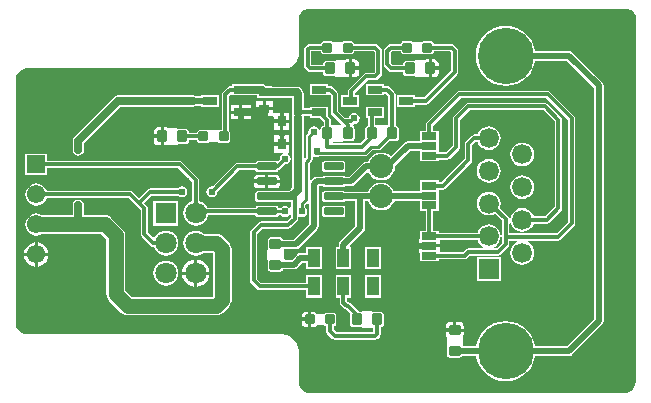
<source format=gtl>
G04 Layer_Physical_Order=1*
G04 Layer_Color=255*
%FSLAX25Y25*%
%MOIN*%
G70*
G01*
G75*
%ADD10R,0.03937X0.06299*%
%ADD11R,0.05000X0.02500*%
G04:AMPARAMS|DCode=12|XSize=39.37mil|YSize=35.43mil|CornerRadius=4.43mil|HoleSize=0mil|Usage=FLASHONLY|Rotation=90.000|XOffset=0mil|YOffset=0mil|HoleType=Round|Shape=RoundedRectangle|*
%AMROUNDEDRECTD12*
21,1,0.03937,0.02657,0,0,90.0*
21,1,0.03051,0.03543,0,0,90.0*
1,1,0.00886,0.01329,0.01526*
1,1,0.00886,0.01329,-0.01526*
1,1,0.00886,-0.01329,-0.01526*
1,1,0.00886,-0.01329,0.01526*
%
%ADD12ROUNDEDRECTD12*%
G04:AMPARAMS|DCode=13|XSize=31.5mil|YSize=31.5mil|CornerRadius=3.94mil|HoleSize=0mil|Usage=FLASHONLY|Rotation=180.000|XOffset=0mil|YOffset=0mil|HoleType=Round|Shape=RoundedRectangle|*
%AMROUNDEDRECTD13*
21,1,0.03150,0.02362,0,0,180.0*
21,1,0.02362,0.03150,0,0,180.0*
1,1,0.00787,-0.01181,0.01181*
1,1,0.00787,0.01181,0.01181*
1,1,0.00787,0.01181,-0.01181*
1,1,0.00787,-0.01181,-0.01181*
%
%ADD13ROUNDEDRECTD13*%
G04:AMPARAMS|DCode=14|XSize=39.37mil|YSize=35.43mil|CornerRadius=4.43mil|HoleSize=0mil|Usage=FLASHONLY|Rotation=0.000|XOffset=0mil|YOffset=0mil|HoleType=Round|Shape=RoundedRectangle|*
%AMROUNDEDRECTD14*
21,1,0.03937,0.02657,0,0,0.0*
21,1,0.03051,0.03543,0,0,0.0*
1,1,0.00886,0.01526,-0.01329*
1,1,0.00886,-0.01526,-0.01329*
1,1,0.00886,-0.01526,0.01329*
1,1,0.00886,0.01526,0.01329*
%
%ADD14ROUNDEDRECTD14*%
%ADD15R,0.04724X0.02559*%
%ADD16R,0.02953X0.03740*%
%ADD17R,0.03740X0.02953*%
G04:AMPARAMS|DCode=18|XSize=25.59mil|YSize=64.96mil|CornerRadius=1.92mil|HoleSize=0mil|Usage=FLASHONLY|Rotation=90.000|XOffset=0mil|YOffset=0mil|HoleType=Round|Shape=RoundedRectangle|*
%AMROUNDEDRECTD18*
21,1,0.02559,0.06112,0,0,90.0*
21,1,0.02175,0.06496,0,0,90.0*
1,1,0.00384,0.03056,0.01088*
1,1,0.00384,0.03056,-0.01088*
1,1,0.00384,-0.03056,-0.01088*
1,1,0.00384,-0.03056,0.01088*
%
%ADD18ROUNDEDRECTD18*%
%ADD19C,0.02000*%
%ADD20C,0.01000*%
%ADD21C,0.01200*%
%ADD22C,0.05000*%
%ADD23C,0.02500*%
%ADD24R,0.06102X0.06102*%
%ADD25C,0.06102*%
%ADD26C,0.06653*%
%ADD27R,0.06653X0.06653*%
%ADD28C,0.18740*%
%ADD29R,0.07087X0.07087*%
%ADD30C,0.07087*%
%ADD31C,0.02400*%
%ADD32C,0.08000*%
G36*
X697725Y227294D02*
X698271Y227068D01*
X698763Y226740D01*
X699180Y226322D01*
X699509Y225830D01*
X699735Y225284D01*
X699850Y224705D01*
Y224410D01*
Y103425D01*
Y103025D01*
X699694Y102240D01*
X699388Y101501D01*
X698943Y100835D01*
X698377Y100269D01*
X697712Y99825D01*
X696973Y99519D01*
X696187Y99362D01*
X591214D01*
X590429Y99519D01*
X589690Y99825D01*
X589024Y100269D01*
X588458Y100835D01*
X588014Y101501D01*
X587708Y102240D01*
X587551Y103025D01*
Y113110D01*
X587544Y113148D01*
X587550Y113185D01*
X587528Y113617D01*
X587501Y113727D01*
Y113841D01*
X587332Y114688D01*
X587275Y114827D01*
X587245Y114975D01*
X586915Y115773D01*
X586831Y115899D01*
X586773Y116038D01*
X586293Y116756D01*
X586187Y116863D01*
X586103Y116988D01*
X585492Y117599D01*
X585367Y117683D01*
X585260Y117789D01*
X584542Y118269D01*
X584403Y118327D01*
X584277Y118411D01*
X583479Y118741D01*
X583331Y118771D01*
X583192Y118828D01*
X582345Y118997D01*
X582231D01*
X582121Y119025D01*
X581689Y119046D01*
X581651Y119040D01*
X581614Y119047D01*
X496286D01*
X496171Y119117D01*
X495757Y119266D01*
X495110Y119568D01*
X494565Y119939D01*
X494087Y120394D01*
X493688Y120920D01*
X493380Y121503D01*
X493170Y122129D01*
X493063Y122780D01*
Y123110D01*
Y151431D01*
X493130Y151532D01*
X493223Y152000D01*
X493130Y152468D01*
X493063Y152569D01*
Y155431D01*
X493130Y155532D01*
X493223Y156000D01*
X493130Y156468D01*
X493063Y156569D01*
Y159431D01*
X493130Y159532D01*
X493223Y160000D01*
X493130Y160468D01*
X493063Y160569D01*
Y163431D01*
X493130Y163532D01*
X493223Y164000D01*
X493130Y164468D01*
X493063Y164569D01*
Y167431D01*
X493130Y167532D01*
X493223Y168000D01*
X493130Y168468D01*
X493063Y168569D01*
Y171431D01*
X493130Y171532D01*
X493223Y172000D01*
X493130Y172468D01*
X493063Y172569D01*
Y175431D01*
X493130Y175532D01*
X493223Y176000D01*
X493130Y176468D01*
X493063Y176569D01*
Y203661D01*
Y203991D01*
X493170Y204643D01*
X493380Y205268D01*
X493688Y205852D01*
X494087Y206378D01*
X494565Y206832D01*
X495110Y207204D01*
X495708Y207483D01*
X496026Y207572D01*
X496064Y207592D01*
X496107Y207598D01*
X496325Y207724D01*
X582677D01*
X582715Y207732D01*
X582752Y207726D01*
X583080Y207742D01*
X583190Y207770D01*
X583303D01*
X583947Y207898D01*
X584086Y207955D01*
X584233Y207985D01*
X584839Y208236D01*
X584964Y208319D01*
X585104Y208377D01*
X585649Y208741D01*
X585755Y208848D01*
X585881Y208931D01*
X586344Y209395D01*
X586428Y209520D01*
X586535Y209627D01*
X586899Y210172D01*
X586956Y210311D01*
X587040Y210436D01*
X587291Y211042D01*
X587320Y211190D01*
X587378Y211329D01*
X587506Y211972D01*
Y212086D01*
X587534Y212195D01*
X587550Y212523D01*
X587544Y212561D01*
X587551Y212598D01*
Y224705D01*
X587667Y225284D01*
X587893Y225830D01*
X588221Y226322D01*
X588639Y226740D01*
X589130Y227068D01*
X589676Y227294D01*
X590256Y227409D01*
X697146D01*
X697725Y227294D01*
D02*
G37*
%LPC*%
G36*
X547293Y163592D02*
X539006D01*
Y155306D01*
X547293D01*
Y163592D01*
D02*
G37*
G36*
X602178Y161895D02*
X596066D01*
X595757Y161834D01*
X595495Y161659D01*
X595320Y161397D01*
X595259Y161088D01*
Y158912D01*
X595320Y158603D01*
X595495Y158342D01*
X595757Y158166D01*
X596066Y158105D01*
X602178D01*
X602487Y158166D01*
X602749Y158342D01*
X602924Y158603D01*
X602986Y158912D01*
Y161088D01*
X602924Y161397D01*
X602749Y161659D01*
X602487Y161834D01*
X602178Y161895D01*
D02*
G37*
G36*
X500500Y149690D02*
Y146169D01*
X504020D01*
X503947Y146727D01*
X503539Y147712D01*
X502889Y148559D01*
X502043Y149208D01*
X501058Y149616D01*
X500500Y149690D01*
D02*
G37*
G36*
X499500Y145169D02*
X495980D01*
X496053Y144612D01*
X496461Y143626D01*
X497111Y142780D01*
X497957Y142131D01*
X498942Y141722D01*
X499500Y141649D01*
Y145169D01*
D02*
G37*
G36*
X504020D02*
X500500D01*
Y141649D01*
X501058Y141722D01*
X502043Y142131D01*
X502889Y142780D01*
X503539Y143626D01*
X503947Y144612D01*
X504020Y145169D01*
D02*
G37*
G36*
X499500Y149690D02*
X498942Y149616D01*
X497957Y149208D01*
X497111Y148559D01*
X496461Y147712D01*
X496053Y146727D01*
X495980Y146169D01*
X499500D01*
Y149690D01*
D02*
G37*
G36*
X514000Y163886D02*
X513278Y163743D01*
X512666Y163334D01*
X512257Y162722D01*
X512114Y162000D01*
Y158796D01*
X501923D01*
X501841Y158859D01*
X500953Y159227D01*
X500000Y159352D01*
X499047Y159227D01*
X498159Y158859D01*
X497396Y158273D01*
X496811Y157511D01*
X496443Y156622D01*
X496317Y155669D01*
X496443Y154716D01*
X496811Y153828D01*
X497396Y153065D01*
X498159Y152480D01*
X499047Y152112D01*
X500000Y151987D01*
X500953Y152112D01*
X501841Y152480D01*
X501923Y152542D01*
X521536D01*
X523373Y150705D01*
Y132500D01*
X523373Y132500D01*
X523480Y131691D01*
X523792Y130937D01*
X524289Y130289D01*
X528289Y126289D01*
X528289Y126289D01*
X528937Y125792D01*
X529691Y125480D01*
X530500Y125373D01*
X560000D01*
X560000Y125373D01*
X560809Y125480D01*
X561563Y125792D01*
X562211Y126289D01*
X564211Y128289D01*
X564211Y128289D01*
X564708Y128937D01*
X565020Y129691D01*
X565073Y130095D01*
X565127Y130500D01*
X565127Y130500D01*
Y147500D01*
X565127Y147500D01*
X565073Y147905D01*
X565020Y148309D01*
X564708Y149063D01*
X564211Y149711D01*
X564211Y149711D01*
X562262Y151660D01*
X561615Y152157D01*
X560860Y152469D01*
X560051Y152576D01*
X560051Y152576D01*
X555881D01*
X555239Y153068D01*
X554231Y153486D01*
X553150Y153628D01*
X552068Y153486D01*
X551060Y153068D01*
X550195Y152404D01*
X549531Y151538D01*
X549113Y150530D01*
X548971Y149449D01*
X549113Y148367D01*
X549531Y147359D01*
X550195Y146494D01*
X551060Y145830D01*
X552068Y145412D01*
X553150Y145270D01*
X554231Y145412D01*
X555239Y145830D01*
X555881Y146322D01*
X558756D01*
X558873Y146205D01*
Y131795D01*
X558705Y131627D01*
X531795D01*
X529627Y133795D01*
Y152000D01*
X529627Y152000D01*
X529573Y152405D01*
X529520Y152809D01*
X529208Y153563D01*
X528711Y154211D01*
X525042Y157880D01*
X524394Y158377D01*
X523640Y158689D01*
X523235Y158743D01*
X522831Y158796D01*
X522831Y158796D01*
X515886D01*
Y162000D01*
X515743Y162722D01*
X515334Y163334D01*
X514722Y163743D01*
X514000Y163886D01*
D02*
G37*
G36*
X581149Y169500D02*
X577378D01*
Y167697D01*
X579934D01*
X580399Y167790D01*
X580793Y168053D01*
X581057Y168447D01*
X581149Y168912D01*
Y169500D01*
D02*
G37*
G36*
X650819Y177508D02*
X649794Y177373D01*
X648839Y176977D01*
X648018Y176348D01*
X647389Y175528D01*
X646993Y174572D01*
X646858Y173547D01*
X646993Y172522D01*
X647389Y171567D01*
X648018Y170747D01*
X648839Y170117D01*
X649794Y169721D01*
X650819Y169587D01*
X651844Y169721D01*
X652799Y170117D01*
X653620Y170747D01*
X654249Y171567D01*
X654645Y172522D01*
X654780Y173547D01*
X654645Y174572D01*
X654249Y175528D01*
X653620Y176348D01*
X652799Y176977D01*
X651844Y177373D01*
X650819Y177508D01*
D02*
G37*
G36*
X576378Y172303D02*
X573822D01*
X573357Y172210D01*
X572963Y171947D01*
X572699Y171553D01*
X572607Y171088D01*
Y170500D01*
X576378D01*
Y172303D01*
D02*
G37*
G36*
X662000Y172055D02*
X660975Y171920D01*
X660020Y171524D01*
X659199Y170895D01*
X658570Y170075D01*
X658174Y169120D01*
X658039Y168094D01*
X658174Y167069D01*
X658570Y166114D01*
X659199Y165294D01*
X660020Y164664D01*
X660975Y164269D01*
X662000Y164134D01*
X663025Y164269D01*
X663980Y164664D01*
X664801Y165294D01*
X665430Y166114D01*
X665826Y167069D01*
X665961Y168094D01*
X665826Y169120D01*
X665430Y170075D01*
X664801Y170895D01*
X663980Y171524D01*
X663025Y171920D01*
X662000Y172055D01*
D02*
G37*
G36*
X500000Y169352D02*
X499047Y169227D01*
X498159Y168859D01*
X497396Y168273D01*
X496811Y167511D01*
X496443Y166622D01*
X496317Y165669D01*
X496443Y164716D01*
X496811Y163828D01*
X497396Y163065D01*
X498159Y162480D01*
X499047Y162112D01*
X500000Y161987D01*
X500953Y162112D01*
X501841Y162480D01*
X502604Y163065D01*
X503189Y163828D01*
X503445Y164446D01*
X530824D01*
X533135Y162135D01*
X534776Y160493D01*
Y152500D01*
X534870Y152032D01*
X535135Y151635D01*
X538186Y148584D01*
X538583Y148318D01*
X539051Y148225D01*
X539172D01*
X539531Y147359D01*
X540195Y146494D01*
X541060Y145830D01*
X542068Y145412D01*
X543150Y145270D01*
X544231Y145412D01*
X545239Y145830D01*
X546105Y146494D01*
X546769Y147359D01*
X547186Y148367D01*
X547329Y149449D01*
X547186Y150530D01*
X546769Y151538D01*
X546105Y152404D01*
X545239Y153068D01*
X544231Y153486D01*
X543150Y153628D01*
X542068Y153486D01*
X541060Y153068D01*
X540195Y152404D01*
X539531Y151538D01*
X539457Y151361D01*
X538967Y151264D01*
X537223Y153007D01*
Y161000D01*
X537130Y161468D01*
X536865Y161865D01*
X535980Y162750D01*
X538507Y165277D01*
X547153D01*
X547202Y165202D01*
X547798Y164804D01*
X548500Y164665D01*
X549202Y164804D01*
X549798Y165202D01*
X550196Y165798D01*
X550335Y166500D01*
X550196Y167202D01*
X549798Y167798D01*
X549202Y168196D01*
X548500Y168335D01*
X547798Y168196D01*
X547202Y167798D01*
X547153Y167724D01*
X538000D01*
X537532Y167630D01*
X537135Y167365D01*
X534250Y164480D01*
X532196Y166534D01*
X531799Y166800D01*
X531331Y166893D01*
X503445D01*
X503189Y167511D01*
X502604Y168273D01*
X501841Y168859D01*
X500953Y169227D01*
X500000Y169352D01*
D02*
G37*
G36*
X576378Y169500D02*
X572607D01*
Y168912D01*
X572699Y168447D01*
X572963Y168053D01*
X573357Y167790D01*
X573822Y167697D01*
X576378D01*
Y169500D01*
D02*
G37*
G36*
X614773Y148238D02*
X609636D01*
Y140739D01*
X614773D01*
Y148238D01*
D02*
G37*
G36*
X641026Y123146D02*
X640000D01*
Y120846D01*
X642497D01*
Y121675D01*
X642385Y122238D01*
X642066Y122715D01*
X641589Y123034D01*
X641026Y123146D01*
D02*
G37*
G36*
X590642Y123516D02*
X588540D01*
Y122835D01*
X588648Y122291D01*
X588956Y121830D01*
X589417Y121522D01*
X589961Y121414D01*
X590642D01*
Y123516D01*
D02*
G37*
G36*
Y126618D02*
X589961D01*
X589417Y126510D01*
X588956Y126202D01*
X588648Y125741D01*
X588540Y125197D01*
Y124516D01*
X590642D01*
Y126618D01*
D02*
G37*
G36*
X656409Y221853D02*
X654455Y221660D01*
X652576Y221090D01*
X650843Y220164D01*
X649325Y218919D01*
X648079Y217401D01*
X647154Y215668D01*
X646584Y213789D01*
X646391Y211835D01*
X646584Y209880D01*
X647154Y208001D01*
X648079Y206269D01*
X649325Y204751D01*
X650843Y203505D01*
X652576Y202579D01*
X654455Y202009D01*
X656409Y201816D01*
X658364Y202009D01*
X660243Y202579D01*
X661975Y203505D01*
X663493Y204751D01*
X664739Y206269D01*
X665665Y208001D01*
X666235Y209880D01*
X666267Y210203D01*
X676990D01*
X685869Y201324D01*
Y124176D01*
X676773Y115080D01*
X666267D01*
X666235Y115403D01*
X665665Y117283D01*
X664739Y119015D01*
X663493Y120533D01*
X661975Y121779D01*
X660243Y122705D01*
X658364Y123275D01*
X656409Y123467D01*
X654455Y123275D01*
X652576Y122705D01*
X650843Y121779D01*
X649325Y120533D01*
X648079Y119015D01*
X647154Y117283D01*
X646584Y115403D01*
X646552Y115080D01*
X642613D01*
X642256Y115425D01*
Y118262D01*
X642385Y118455D01*
X642497Y119018D01*
Y119846D01*
X639500D01*
X636503D01*
Y119018D01*
X636615Y118455D01*
X636744Y118262D01*
Y115425D01*
X636957Y115212D01*
X636911Y114982D01*
Y112325D01*
X636992Y111918D01*
X637222Y111573D01*
X637568Y111342D01*
X637974Y111261D01*
X641026D01*
X641433Y111342D01*
X641778Y111573D01*
X641941Y111818D01*
X646552D01*
X646584Y111494D01*
X647154Y109615D01*
X648079Y107883D01*
X649325Y106365D01*
X650843Y105119D01*
X652576Y104193D01*
X654455Y103623D01*
X656409Y103430D01*
X658364Y103623D01*
X660243Y104193D01*
X661975Y105119D01*
X663493Y106365D01*
X664739Y107883D01*
X665665Y109615D01*
X666235Y111494D01*
X666267Y111818D01*
X677449D01*
X678073Y111942D01*
X678602Y112295D01*
X688654Y122346D01*
X689007Y122876D01*
X689131Y123500D01*
Y202000D01*
X689007Y202624D01*
X688654Y203153D01*
X678819Y212988D01*
X678290Y213342D01*
X677665Y213466D01*
X666267D01*
X666235Y213789D01*
X665665Y215668D01*
X664739Y217401D01*
X663493Y218919D01*
X661975Y220164D01*
X660243Y221090D01*
X658364Y221660D01*
X656409Y221853D01*
D02*
G37*
G36*
X604931Y138789D02*
X599794D01*
Y131290D01*
X601139D01*
Y129638D01*
X601232Y129170D01*
X601497Y128773D01*
X602635Y127635D01*
X603032Y127370D01*
X603491Y127278D01*
X604676Y126094D01*
X604579Y125948D01*
X604498Y125541D01*
Y122490D01*
X604579Y122083D01*
X604809Y121738D01*
X605154Y121508D01*
X605561Y121427D01*
X608218D01*
X608449Y121473D01*
X608661Y121260D01*
X611811D01*
X611859Y121308D01*
X612359Y121101D01*
Y119723D01*
X600007D01*
X599058Y120672D01*
Y121830D01*
X599403Y121899D01*
X599732Y122118D01*
X599952Y122447D01*
X600029Y122835D01*
Y125197D01*
X599952Y125585D01*
X599732Y125913D01*
X599403Y126133D01*
X599016Y126210D01*
X596654D01*
X596266Y126133D01*
X596043Y125984D01*
X593473D01*
X593328Y126202D01*
X592867Y126510D01*
X592323Y126618D01*
X591642D01*
Y124016D01*
Y121414D01*
X592323D01*
X592867Y121522D01*
X593328Y121830D01*
X593473Y122047D01*
X596043D01*
X596266Y121899D01*
X596611Y121830D01*
Y120165D01*
X596704Y119697D01*
X596970Y119300D01*
X598635Y117635D01*
X599032Y117370D01*
X599500Y117277D01*
X613000D01*
X613468Y117370D01*
X613865Y117635D01*
X614448Y118218D01*
X614713Y118614D01*
X614806Y119083D01*
Y121427D01*
X614911D01*
X615318Y121508D01*
X615663Y121738D01*
X615894Y122083D01*
X615975Y122490D01*
Y125541D01*
X615894Y125948D01*
X615663Y126293D01*
X615318Y126524D01*
X614911Y126605D01*
X612254D01*
X612024Y126559D01*
X611811Y126772D01*
X608661D01*
X608449Y126559D01*
X608218Y126605D01*
X607626D01*
X604865Y129365D01*
X604468Y129630D01*
X604008Y129722D01*
X603586Y130145D01*
Y131290D01*
X604931D01*
Y138789D01*
D02*
G37*
G36*
X639000Y123146D02*
X637974D01*
X637411Y123034D01*
X636934Y122715D01*
X636615Y122238D01*
X636503Y121675D01*
Y120846D01*
X639000D01*
Y123146D01*
D02*
G37*
G36*
X614773Y138789D02*
X609636D01*
Y131290D01*
X614773D01*
Y138789D01*
D02*
G37*
G36*
X654746Y144757D02*
X646892D01*
Y136904D01*
X654746D01*
Y144757D01*
D02*
G37*
G36*
X552650Y143965D02*
X551964Y143875D01*
X550858Y143417D01*
X549909Y142689D01*
X549181Y141740D01*
X548723Y140635D01*
X548633Y139949D01*
X552650D01*
Y143965D01*
D02*
G37*
G36*
X553650Y143965D02*
Y139949D01*
X557666D01*
X557576Y140635D01*
X557118Y141740D01*
X556390Y142689D01*
X555441Y143417D01*
X554336Y143875D01*
X553650Y143965D01*
D02*
G37*
G36*
X557666Y138949D02*
X553650D01*
Y134932D01*
X554336Y135022D01*
X555441Y135480D01*
X556390Y136208D01*
X557118Y137158D01*
X557576Y138263D01*
X557666Y138949D01*
D02*
G37*
G36*
X552650D02*
X548633D01*
X548723Y138263D01*
X549181Y137158D01*
X549909Y136208D01*
X550858Y135480D01*
X551964Y135022D01*
X552650Y134932D01*
Y138949D01*
D02*
G37*
G36*
X543150Y143628D02*
X542068Y143485D01*
X541060Y143068D01*
X540195Y142404D01*
X539531Y141538D01*
X539113Y140530D01*
X538971Y139449D01*
X539113Y138367D01*
X539531Y137359D01*
X540195Y136494D01*
X541060Y135830D01*
X542068Y135412D01*
X543150Y135270D01*
X544231Y135412D01*
X545239Y135830D01*
X546105Y136494D01*
X546769Y137359D01*
X547186Y138367D01*
X547329Y139449D01*
X547186Y140530D01*
X546769Y141538D01*
X546105Y142404D01*
X545239Y143068D01*
X544231Y143485D01*
X543150Y143628D01*
D02*
G37*
G36*
X579934Y172303D02*
X577378D01*
Y170500D01*
X581149D01*
Y171088D01*
X581057Y171553D01*
X580793Y171947D01*
X580399Y172210D01*
X579934Y172303D01*
D02*
G37*
G36*
X571472Y195390D02*
X568610D01*
Y193610D01*
X571472D01*
Y195390D01*
D02*
G37*
G36*
X575500Y196721D02*
X573130D01*
Y194744D01*
X575500D01*
Y196721D01*
D02*
G37*
G36*
X578870D02*
X576500D01*
Y194744D01*
X578870D01*
Y196721D01*
D02*
G37*
G36*
X567610Y195390D02*
X564748D01*
Y193610D01*
X567610D01*
Y195390D01*
D02*
G37*
G36*
Y192610D02*
X564748D01*
Y190831D01*
X567610D01*
Y192610D01*
D02*
G37*
G36*
X571472D02*
X568610D01*
Y190831D01*
X571472D01*
Y192610D01*
D02*
G37*
G36*
X575500Y193744D02*
X573130D01*
Y191768D01*
X575500D01*
Y193744D01*
D02*
G37*
G36*
X632628Y210674D02*
X631799D01*
Y208177D01*
X634099D01*
Y209203D01*
X633987Y209766D01*
X633668Y210243D01*
X633191Y210562D01*
X632628Y210674D01*
D02*
G37*
G36*
X604921Y216761D02*
X602559D01*
X602171Y216684D01*
X601949Y216535D01*
X598839D01*
X598616Y216684D01*
X598228Y216761D01*
X595866D01*
X595478Y216684D01*
X595150Y216464D01*
X594930Y216136D01*
X594861Y215790D01*
X591067D01*
X590599Y215697D01*
X590202Y215432D01*
X589635Y214865D01*
X589370Y214468D01*
X589277Y214000D01*
Y208500D01*
X589370Y208032D01*
X589635Y207635D01*
X590458Y206812D01*
X590855Y206547D01*
X591323Y206454D01*
X595639D01*
Y206152D01*
X595720Y205745D01*
X595951Y205400D01*
X596296Y205169D01*
X596703Y205088D01*
X599360D01*
X599590Y205134D01*
X599803Y204921D01*
X602640D01*
X602833Y204792D01*
X603396Y204680D01*
X604224D01*
Y207677D01*
Y210674D01*
X603396D01*
X602833Y210562D01*
X602640Y210433D01*
X599803D01*
X599590Y210220D01*
X599360Y210266D01*
X596703D01*
X596296Y210185D01*
X595951Y209955D01*
X595720Y209610D01*
X595639Y209203D01*
Y208901D01*
X591830D01*
X591723Y209007D01*
Y213343D01*
X594861D01*
X594930Y212998D01*
X595150Y212669D01*
X595478Y212450D01*
X595866Y212373D01*
X598228D01*
X598616Y212450D01*
X598839Y212598D01*
X601949D01*
X602171Y212450D01*
X602559Y212373D01*
X604921D01*
X605309Y212450D01*
X605638Y212669D01*
X605857Y212998D01*
X605926Y213343D01*
X612426D01*
X612777Y212993D01*
Y206507D01*
X612493Y206224D01*
X610000D01*
X609532Y206130D01*
X609135Y205865D01*
X604135Y200865D01*
X603870Y200468D01*
X603777Y200000D01*
Y198730D01*
X601565D01*
Y194971D01*
X607490D01*
Y198730D01*
X606223D01*
Y199493D01*
X610507Y203777D01*
X613000D01*
X613468Y203870D01*
X613865Y204135D01*
X614865Y205135D01*
X615130Y205532D01*
X615224Y206000D01*
Y213500D01*
X615130Y213968D01*
X614865Y214365D01*
X613798Y215432D01*
X613401Y215697D01*
X612933Y215790D01*
X605926D01*
X605857Y216136D01*
X605638Y216464D01*
X605309Y216684D01*
X604921Y216761D01*
D02*
G37*
G36*
X631496D02*
X629134D01*
X628746Y216684D01*
X628524Y216535D01*
X625413D01*
X625191Y216684D01*
X624803Y216761D01*
X622441D01*
X622053Y216684D01*
X621725Y216464D01*
X621505Y216136D01*
X621436Y215790D01*
X618067D01*
X617599Y215697D01*
X617202Y215432D01*
X616135Y214365D01*
X615870Y213968D01*
X615776Y213500D01*
Y209000D01*
X615870Y208532D01*
X616135Y208135D01*
X617458Y206812D01*
X617855Y206547D01*
X618323Y206454D01*
X622214D01*
Y206152D01*
X622295Y205745D01*
X622526Y205400D01*
X622871Y205169D01*
X623278Y205088D01*
X625935D01*
X626165Y205134D01*
X626378Y204921D01*
X629215D01*
X629408Y204792D01*
X629971Y204680D01*
X630799D01*
Y207677D01*
Y210674D01*
X629971D01*
X629408Y210562D01*
X629215Y210433D01*
X626378D01*
X626165Y210220D01*
X625935Y210266D01*
X623278D01*
X622871Y210185D01*
X622526Y209955D01*
X622295Y209610D01*
X622214Y209203D01*
Y208901D01*
X618830D01*
X618223Y209507D01*
Y212993D01*
X618574Y213343D01*
X621436D01*
X621505Y212998D01*
X621725Y212669D01*
X622053Y212450D01*
X622441Y212373D01*
X624803D01*
X625191Y212450D01*
X625413Y212598D01*
X628524D01*
X628746Y212450D01*
X629134Y212373D01*
X631496D01*
X631884Y212450D01*
X632212Y212669D01*
X632432Y212998D01*
X632501Y213343D01*
X637926D01*
X638276Y212993D01*
Y207007D01*
X629344Y198074D01*
X626191D01*
Y198730D01*
X620266D01*
Y194971D01*
X626191D01*
Y195627D01*
X629850D01*
X630319Y195720D01*
X630716Y195985D01*
X640365Y205635D01*
X640630Y206032D01*
X640724Y206500D01*
Y213500D01*
X640630Y213968D01*
X640365Y214365D01*
X639298Y215432D01*
X638901Y215697D01*
X638433Y215790D01*
X632501D01*
X632432Y216136D01*
X632212Y216464D01*
X631884Y216684D01*
X631496Y216761D01*
D02*
G37*
G36*
X606053Y210674D02*
X605224D01*
Y208177D01*
X607524D01*
Y209203D01*
X607412Y209766D01*
X607093Y210243D01*
X606616Y210562D01*
X606053Y210674D01*
D02*
G37*
G36*
X552150Y198737D02*
X527350D01*
X526628Y198593D01*
X526017Y198184D01*
X512666Y184834D01*
X512257Y184222D01*
X512114Y183500D01*
Y180500D01*
X512257Y179778D01*
X512666Y179166D01*
X513278Y178757D01*
X514000Y178614D01*
X514722Y178757D01*
X515334Y179166D01*
X515743Y179778D01*
X515886Y180500D01*
Y182719D01*
X528132Y194964D01*
X552150D01*
X552871Y195108D01*
X553038Y195219D01*
X554912D01*
Y194971D01*
X560836D01*
Y198730D01*
X554912D01*
Y198482D01*
X553038D01*
X552871Y198593D01*
X552150Y198737D01*
D02*
G37*
G36*
X607524Y207177D02*
X605224D01*
Y204680D01*
X606053D01*
X606616Y204792D01*
X607093Y205111D01*
X607412Y205589D01*
X607524Y206152D01*
Y207177D01*
D02*
G37*
G36*
X634099Y207177D02*
X631799D01*
Y204680D01*
X632628D01*
X633191Y204792D01*
X633668Y205111D01*
X633987Y205589D01*
X634099Y206152D01*
Y207177D01*
D02*
G37*
G36*
X541429Y184539D02*
X539129D01*
Y183514D01*
X539241Y182951D01*
X539560Y182474D01*
X540037Y182155D01*
X540600Y182043D01*
X541429D01*
Y184539D01*
D02*
G37*
G36*
X581244Y185370D02*
X579268D01*
Y183000D01*
X581244D01*
Y185370D01*
D02*
G37*
G36*
X584221D02*
X582244D01*
Y183000D01*
X584221D01*
Y185370D01*
D02*
G37*
G36*
X575165Y202477D02*
X568110D01*
X568077Y202470D01*
X565148D01*
Y201814D01*
X564591D01*
X564122Y201721D01*
X563725Y201456D01*
X562135Y199865D01*
X561870Y199468D01*
X561776Y199000D01*
Y187234D01*
X561221D01*
X560833Y187156D01*
X560610Y187008D01*
X557500D01*
X557277Y187156D01*
X556890Y187234D01*
X554528D01*
X554140Y187156D01*
X553811Y186937D01*
X553591Y186608D01*
X553523Y186263D01*
X551014D01*
Y186565D01*
X550933Y186972D01*
X550703Y187317D01*
X550358Y187547D01*
X549951Y187628D01*
X547293D01*
X547063Y187583D01*
X546850Y187795D01*
X544014D01*
X543821Y187924D01*
X543258Y188036D01*
X542429D01*
Y185039D01*
Y182043D01*
X543258D01*
X543821Y182155D01*
X544014Y182283D01*
X546850D01*
X547063Y182496D01*
X547293Y182450D01*
X549951D01*
X550358Y182531D01*
X550703Y182762D01*
X550933Y183107D01*
X551014Y183514D01*
Y183816D01*
X553523D01*
X553591Y183471D01*
X553811Y183142D01*
X554140Y182922D01*
X554528Y182845D01*
X556890D01*
X557277Y182922D01*
X557500Y183071D01*
X560610D01*
X560833Y182922D01*
X561221Y182845D01*
X563583D01*
X563970Y182922D01*
X564299Y183142D01*
X564519Y183471D01*
X564596Y183858D01*
Y186221D01*
X564519Y186608D01*
X564299Y186937D01*
X564223Y186987D01*
Y198493D01*
X564648Y198918D01*
X565148Y198711D01*
Y198711D01*
X568077D01*
X568110Y198704D01*
X573530D01*
Y197679D01*
X578470D01*
Y197870D01*
X585370D01*
Y192756D01*
X585378Y192712D01*
X585180Y192470D01*
X585180D01*
Y187530D01*
X585370D01*
Y184970D01*
X585180D01*
Y180030D01*
X585370D01*
Y168037D01*
X584794Y167462D01*
X584794Y167462D01*
X584219Y166886D01*
X579978D01*
X579934Y166895D01*
X573822D01*
X573513Y166834D01*
X573251Y166658D01*
X573076Y166397D01*
X573014Y166088D01*
Y163912D01*
X573076Y163603D01*
X573251Y163341D01*
X573513Y163166D01*
X573822Y163105D01*
X579934D01*
X579978Y163114D01*
X584876D01*
Y161331D01*
X584376Y161180D01*
X584298Y161298D01*
X583702Y161696D01*
X583000Y161835D01*
X582298Y161696D01*
X581702Y161298D01*
X581585Y161122D01*
X580735D01*
X580680Y161397D01*
X580505Y161659D01*
X580243Y161834D01*
X579934Y161895D01*
X573822D01*
X573513Y161834D01*
X573251Y161659D01*
X573076Y161397D01*
X573041Y161223D01*
X556899D01*
X556769Y161538D01*
X556105Y162404D01*
X555239Y163068D01*
X554373Y163427D01*
Y170350D01*
X554280Y170819D01*
X554015Y171215D01*
X548696Y176534D01*
X548299Y176800D01*
X547831Y176893D01*
X503651D01*
Y179321D01*
X496349D01*
Y172018D01*
X503651D01*
Y174446D01*
X547324D01*
X551926Y169844D01*
Y163427D01*
X551060Y163068D01*
X550195Y162404D01*
X549531Y161538D01*
X549113Y160530D01*
X548971Y159449D01*
X549113Y158367D01*
X549531Y157359D01*
X550195Y156494D01*
X551060Y155830D01*
X552068Y155412D01*
X553150Y155270D01*
X554231Y155412D01*
X555239Y155830D01*
X556105Y156494D01*
X556769Y157359D01*
X557186Y158367D01*
X557240Y158776D01*
X573041D01*
X573076Y158603D01*
X573251Y158342D01*
X573513Y158166D01*
X573822Y158105D01*
X579934D01*
X580243Y158166D01*
X580505Y158342D01*
X580680Y158603D01*
X580735Y158878D01*
X581585D01*
X581702Y158702D01*
X582298Y158304D01*
X583000Y158165D01*
X583702Y158304D01*
X584298Y158702D01*
X584397Y158852D01*
X584436Y158853D01*
X584904Y158710D01*
Y158135D01*
X583493Y156723D01*
X575000D01*
X574532Y156630D01*
X574135Y156365D01*
X571635Y153865D01*
X571370Y153468D01*
X571277Y153000D01*
Y137000D01*
X571370Y136532D01*
X571635Y136135D01*
X573596Y134174D01*
X573992Y133909D01*
X574461Y133816D01*
X589951D01*
Y131290D01*
X595088D01*
Y138789D01*
X589951D01*
Y136263D01*
X574967D01*
X573724Y137507D01*
Y152493D01*
X575507Y154277D01*
X584000D01*
X584468Y154370D01*
X584865Y154635D01*
X586993Y156763D01*
X587258Y157160D01*
X587352Y157628D01*
Y158072D01*
X587702Y158260D01*
X587851Y158294D01*
X588500Y158165D01*
X589202Y158304D01*
X589798Y158702D01*
X590196Y159298D01*
X590335Y160000D01*
X590196Y160702D01*
X589798Y161298D01*
X589622Y161415D01*
Y162035D01*
X590369Y162783D01*
X590869Y162575D01*
Y155676D01*
X585840Y150647D01*
X582253D01*
X582232Y150751D01*
X582002Y151096D01*
X581657Y151327D01*
X581250Y151408D01*
X578199D01*
X577792Y151327D01*
X577447Y151096D01*
X577216Y150751D01*
X577136Y150345D01*
Y147687D01*
X577181Y147457D01*
X576968Y147244D01*
Y144095D01*
X577181Y143882D01*
X577136Y143652D01*
Y140994D01*
X577216Y140587D01*
X577447Y140242D01*
X577792Y140012D01*
X578199Y139931D01*
X581250D01*
X581657Y140012D01*
X582002Y140242D01*
X582232Y140587D01*
X582253Y140691D01*
X585823D01*
X586447Y140816D01*
X586976Y141169D01*
X588664Y142857D01*
X589951D01*
Y140739D01*
X595088D01*
Y148238D01*
X589951D01*
Y146119D01*
X587988D01*
X587364Y145995D01*
X586835Y145642D01*
X585147Y143954D01*
X582922D01*
X582480Y144430D01*
Y147244D01*
X582538Y147384D01*
X586516D01*
X587140Y147509D01*
X587669Y147862D01*
X593653Y153847D01*
X594007Y154376D01*
X594131Y155000D01*
Y168324D01*
X594176Y168369D01*
X595477D01*
X595495Y168342D01*
X595757Y168166D01*
X596066Y168105D01*
X602178D01*
X602487Y168166D01*
X602749Y168342D01*
X602767Y168369D01*
X605000D01*
X605624Y168493D01*
X606153Y168846D01*
X610308Y173001D01*
X610898Y172883D01*
X610982Y172680D01*
X611719Y171719D01*
X612680Y170982D01*
X613799Y170518D01*
X615000Y170360D01*
X616201Y170518D01*
X617320Y170982D01*
X618281Y171719D01*
X619018Y172680D01*
X619482Y173799D01*
X619640Y175000D01*
X619601Y175294D01*
X624431Y180124D01*
X627900D01*
Y176662D01*
X634100D01*
Y177289D01*
X637012D01*
X637480Y177382D01*
X637877Y177647D01*
X640865Y180635D01*
X641130Y181032D01*
X641223Y181500D01*
Y190493D01*
X644507Y193777D01*
X668993D01*
X672777Y189993D01*
Y161507D01*
X669682Y158413D01*
X665743D01*
X665430Y159169D01*
X664801Y159990D01*
X663980Y160619D01*
X663025Y161015D01*
X662000Y161150D01*
X660975Y161015D01*
X660020Y160619D01*
X659199Y159990D01*
X658570Y159169D01*
X658174Y158214D01*
X658141Y157963D01*
X657635Y157946D01*
X657630Y157968D01*
X657365Y158365D01*
X654489Y161241D01*
X654645Y161617D01*
X654780Y162642D01*
X654645Y163667D01*
X654249Y164622D01*
X653620Y165442D01*
X652799Y166072D01*
X651844Y166467D01*
X650819Y166602D01*
X649794Y166467D01*
X648839Y166072D01*
X648018Y165442D01*
X647389Y164622D01*
X646993Y163667D01*
X646858Y162642D01*
X646993Y161617D01*
X647389Y160661D01*
X648018Y159841D01*
X648839Y159212D01*
X649794Y158816D01*
X650819Y158681D01*
X651844Y158816D01*
X652799Y159212D01*
X652946Y159324D01*
X655276Y156993D01*
Y151500D01*
Y149507D01*
X653493Y147723D01*
X652699D01*
X652600Y148223D01*
X652799Y148306D01*
X653620Y148936D01*
X654249Y149756D01*
X654645Y150711D01*
X654780Y151736D01*
X654645Y152761D01*
X654249Y153717D01*
X653620Y154537D01*
X652799Y155166D01*
X651844Y155562D01*
X650819Y155697D01*
X649794Y155562D01*
X648839Y155166D01*
X648018Y154537D01*
X647389Y153717D01*
X647079Y152968D01*
X634100D01*
Y153595D01*
X632224D01*
Y160162D01*
X634100D01*
Y163406D01*
Y167277D01*
X635500D01*
X635968Y167370D01*
X636365Y167635D01*
X644865Y176135D01*
X645130Y176532D01*
X645224Y177000D01*
Y181993D01*
X646459Y183229D01*
X647076D01*
X647389Y182472D01*
X648018Y181652D01*
X648839Y181023D01*
X649794Y180627D01*
X650819Y180492D01*
X651844Y180627D01*
X652799Y181023D01*
X653620Y181652D01*
X654249Y182472D01*
X654645Y183428D01*
X654780Y184453D01*
X654645Y185478D01*
X654249Y186433D01*
X653620Y187253D01*
X652799Y187883D01*
X651844Y188278D01*
X650819Y188413D01*
X649794Y188278D01*
X648839Y187883D01*
X648018Y187253D01*
X647389Y186433D01*
X647076Y185676D01*
X645953D01*
X645484Y185583D01*
X645087Y185318D01*
X643135Y183365D01*
X642870Y182968D01*
X642776Y182500D01*
Y177507D01*
X634993Y169723D01*
X634100D01*
Y170350D01*
X627900D01*
Y166887D01*
X619197D01*
X619018Y167320D01*
X618281Y168281D01*
X617320Y169018D01*
X616201Y169482D01*
X615000Y169640D01*
X613799Y169482D01*
X612680Y169018D01*
X611719Y168281D01*
X610982Y167320D01*
X610697Y166631D01*
X602767D01*
X602749Y166658D01*
X602487Y166834D01*
X602178Y166895D01*
X596066D01*
X595757Y166834D01*
X595495Y166658D01*
X595320Y166397D01*
X595259Y166088D01*
Y163912D01*
X595320Y163603D01*
X595495Y163341D01*
X595757Y163166D01*
X596066Y163105D01*
X602178D01*
X602487Y163166D01*
X602749Y163341D01*
X602767Y163369D01*
X606369D01*
Y155176D01*
X601209Y150016D01*
X600855Y149486D01*
X600731Y148862D01*
Y148238D01*
X599794D01*
Y140739D01*
X604931D01*
Y148238D01*
X604698D01*
X604507Y148700D01*
X609154Y153347D01*
X609507Y153876D01*
X609631Y154500D01*
Y163369D01*
X610697D01*
X610982Y162680D01*
X611719Y161719D01*
X612680Y160982D01*
X613799Y160518D01*
X615000Y160360D01*
X616201Y160518D01*
X617320Y160982D01*
X618281Y161719D01*
X619018Y162680D01*
X619409Y163624D01*
X627900D01*
Y160162D01*
X629776D01*
Y153595D01*
X627900D01*
Y150750D01*
X627500D01*
Y149000D01*
X631000D01*
X634500D01*
Y150521D01*
X647072D01*
X647389Y149756D01*
X648018Y148936D01*
X648839Y148306D01*
X649038Y148223D01*
X648939Y147723D01*
X644000D01*
X643532Y147630D01*
X643135Y147365D01*
X642250Y146480D01*
X634500D01*
Y148000D01*
X631000D01*
X627500D01*
Y146250D01*
X627900D01*
Y143407D01*
X634100D01*
Y144033D01*
X642757D01*
X643225Y144126D01*
X643622Y144392D01*
X644507Y145276D01*
X654000D01*
X654468Y145370D01*
X654865Y145635D01*
X657365Y148135D01*
X657630Y148532D01*
X657724Y149000D01*
Y150277D01*
X660073D01*
X660172Y149776D01*
X660020Y149713D01*
X659199Y149084D01*
X658570Y148264D01*
X658174Y147309D01*
X658039Y146283D01*
X658174Y145258D01*
X658570Y144303D01*
X659199Y143483D01*
X660020Y142853D01*
X660975Y142458D01*
X662000Y142323D01*
X663025Y142458D01*
X663980Y142853D01*
X664801Y143483D01*
X665430Y144303D01*
X665826Y145258D01*
X665961Y146283D01*
X665826Y147309D01*
X665430Y148264D01*
X664801Y149084D01*
X663980Y149713D01*
X663828Y149776D01*
X663928Y150277D01*
X674000D01*
X674468Y150370D01*
X674865Y150635D01*
X679365Y155135D01*
X679630Y155532D01*
X679724Y156000D01*
Y191000D01*
X679630Y191468D01*
X679365Y191865D01*
X671365Y199865D01*
X670968Y200130D01*
X670500Y200223D01*
X641000D01*
X640532Y200130D01*
X640135Y199865D01*
X630135Y189865D01*
X629870Y189468D01*
X629776Y189000D01*
Y186850D01*
X627900D01*
Y183387D01*
X623756D01*
X623131Y183263D01*
X622602Y182909D01*
X618107Y178414D01*
X617320Y179018D01*
X616201Y179482D01*
X615000Y179640D01*
X613799Y179482D01*
X612680Y179018D01*
X611719Y178281D01*
X610982Y177320D01*
X610697Y176631D01*
X610000D01*
X609376Y176507D01*
X608847Y176154D01*
X604324Y171631D01*
X602767D01*
X602749Y171659D01*
X602487Y171834D01*
X602178Y171895D01*
X596066D01*
X595757Y171834D01*
X595495Y171659D01*
X595477Y171631D01*
X593500D01*
X592876Y171507D01*
X592346Y171153D01*
X591622Y170429D01*
X591122Y170636D01*
Y176035D01*
X591793Y176707D01*
X591793Y176707D01*
X592036Y177071D01*
X592122Y177500D01*
Y178155D01*
X592622Y178422D01*
X592798Y178304D01*
X593500Y178165D01*
X594202Y178304D01*
X594313Y178378D01*
X609500D01*
X609500Y178378D01*
X609929Y178464D01*
X610293Y178707D01*
X611965Y180378D01*
X613980D01*
X613980Y180378D01*
X614409Y180464D01*
X614773Y180707D01*
X617501Y183435D01*
X619833D01*
X620240Y183516D01*
X620585Y183746D01*
X620815Y184091D01*
X620896Y184498D01*
Y187549D01*
X620815Y187956D01*
X620585Y188301D01*
X620240Y188532D01*
X619833Y188613D01*
X619728D01*
Y198996D01*
X619634Y199464D01*
X619369Y199861D01*
X617775Y201456D01*
X617378Y201721D01*
X616910Y201814D01*
X615954D01*
Y202470D01*
X610030D01*
Y198711D01*
X615954D01*
Y199242D01*
X616454Y199315D01*
X617280Y198489D01*
Y188938D01*
X616780Y188731D01*
X616732Y188779D01*
X613583D01*
X613534Y188731D01*
X613034Y188938D01*
Y191231D01*
X615954D01*
Y194990D01*
X610030D01*
Y191231D01*
X610588D01*
Y188613D01*
X610482D01*
X610075Y188532D01*
X609730Y188301D01*
X609500Y187956D01*
X609419Y187549D01*
Y184498D01*
X609485Y184168D01*
X607993Y182676D01*
X598533D01*
X598488Y182905D01*
X598925Y183268D01*
X601968D01*
X602181Y183481D01*
X602411Y183435D01*
X605069D01*
X605476Y183516D01*
X605821Y183746D01*
X606051Y184091D01*
X606132Y184498D01*
Y187549D01*
X606051Y187956D01*
X605821Y188301D01*
X605726Y188364D01*
X605695Y188884D01*
X606000Y189165D01*
X606702Y189304D01*
X607298Y189702D01*
X607696Y190298D01*
X607835Y191000D01*
X607696Y191702D01*
X607298Y192298D01*
X606702Y192696D01*
X606000Y192835D01*
X605298Y192696D01*
X604702Y192298D01*
X604304Y191702D01*
X604209Y191224D01*
X603007D01*
X600724Y193507D01*
Y199000D01*
X600630Y199468D01*
X600365Y199865D01*
X598775Y201456D01*
X598378Y201721D01*
X597909Y201814D01*
X597254D01*
Y202470D01*
X591329D01*
Y198711D01*
X597254D01*
Y198809D01*
X597753Y199016D01*
X598277Y198493D01*
Y193000D01*
X598370Y192532D01*
X598635Y192135D01*
X601490Y189279D01*
X601287Y188784D01*
X601283Y188779D01*
X598819D01*
X598771Y188731D01*
X598271Y188938D01*
Y190354D01*
X598178Y190823D01*
X597912Y191219D01*
X597254Y191878D01*
Y194990D01*
X591329D01*
Y194334D01*
X589142D01*
Y199244D01*
X588999Y199966D01*
X588590Y200578D01*
X588078Y201090D01*
X587466Y201499D01*
X586744Y201642D01*
X578470D01*
Y201832D01*
X576591D01*
X576499Y201924D01*
X575887Y202333D01*
X575165Y202477D01*
D02*
G37*
G36*
X602178Y176895D02*
X596066D01*
X595757Y176834D01*
X595495Y176658D01*
X595320Y176397D01*
X595259Y176088D01*
Y173912D01*
X595320Y173603D01*
X595495Y173342D01*
X595757Y173166D01*
X596066Y173105D01*
X602178D01*
X602487Y173166D01*
X602749Y173342D01*
X602924Y173603D01*
X602986Y173912D01*
Y176088D01*
X602924Y176397D01*
X602749Y176658D01*
X602487Y176834D01*
X602178Y176895D01*
D02*
G37*
G36*
X662000Y182961D02*
X660975Y182826D01*
X660020Y182430D01*
X659199Y181801D01*
X658570Y180980D01*
X658174Y180025D01*
X658039Y179000D01*
X658174Y177975D01*
X658570Y177020D01*
X659199Y176199D01*
X660020Y175570D01*
X660975Y175174D01*
X662000Y175039D01*
X663025Y175174D01*
X663980Y175570D01*
X664801Y176199D01*
X665430Y177020D01*
X665826Y177975D01*
X665961Y179000D01*
X665826Y180025D01*
X665430Y180980D01*
X664801Y181801D01*
X663980Y182430D01*
X663025Y182826D01*
X662000Y182961D01*
D02*
G37*
G36*
X584221Y182000D02*
X581744D01*
X579268D01*
Y179630D01*
X582114D01*
X582199Y179130D01*
X581702Y178798D01*
X581304Y178202D01*
X581165Y177500D01*
X581182Y177412D01*
X580459Y176689D01*
X580243Y176834D01*
X579934Y176895D01*
X573822D01*
X573513Y176834D01*
X573251Y176658D01*
X573076Y176397D01*
X573041Y176224D01*
X567000D01*
X566532Y176130D01*
X566135Y175865D01*
X558588Y168318D01*
X558500Y168335D01*
X557798Y168196D01*
X557202Y167798D01*
X556804Y167202D01*
X556665Y166500D01*
X556804Y165798D01*
X557202Y165202D01*
X557798Y164804D01*
X558500Y164665D01*
X559202Y164804D01*
X559798Y165202D01*
X560196Y165798D01*
X560335Y166500D01*
X560318Y166588D01*
X567507Y173776D01*
X573041D01*
X573076Y173603D01*
X573251Y173342D01*
X573513Y173166D01*
X573822Y173105D01*
X579934D01*
X580243Y173166D01*
X580505Y173342D01*
X580680Y173603D01*
X580723Y173821D01*
X580968Y173870D01*
X581365Y174135D01*
X582912Y175682D01*
X583000Y175665D01*
X583702Y175804D01*
X584298Y176202D01*
X584696Y176798D01*
X584835Y177500D01*
X584696Y178202D01*
X584298Y178798D01*
X583801Y179130D01*
X583886Y179630D01*
X584221D01*
Y182000D01*
D02*
G37*
G36*
Y189500D02*
X582244D01*
Y187130D01*
X584221D01*
Y189500D01*
D02*
G37*
G36*
X578870Y193744D02*
X576500D01*
Y191768D01*
X578768D01*
X578870Y191768D01*
X579268Y191521D01*
Y190500D01*
X581244D01*
Y192870D01*
X579370D01*
X579268Y192870D01*
X578870Y193117D01*
Y193744D01*
D02*
G37*
G36*
X582244Y192870D02*
Y190500D01*
X584221D01*
Y192870D01*
X582244D01*
D02*
G37*
G36*
X581244Y189500D02*
X579268D01*
Y187130D01*
X581244D01*
Y189500D01*
D02*
G37*
G36*
X541429Y188036D02*
X540600D01*
X540037Y187924D01*
X539560Y187605D01*
X539241Y187128D01*
X539129Y186565D01*
Y185539D01*
X541429D01*
Y188036D01*
D02*
G37*
%LPD*%
G36*
X677277Y190493D02*
Y156507D01*
X673493Y152724D01*
X657724D01*
Y155946D01*
X658223Y156045D01*
X658570Y155209D01*
X659199Y154388D01*
X660020Y153759D01*
X660975Y153363D01*
X662000Y153228D01*
X663025Y153363D01*
X663980Y153759D01*
X664801Y154388D01*
X665430Y155209D01*
X665743Y155965D01*
X670189D01*
X670657Y156059D01*
X671054Y156324D01*
X674865Y160135D01*
X675130Y160532D01*
X675223Y161000D01*
Y190500D01*
X675130Y190968D01*
X674865Y191365D01*
X670365Y195865D01*
X669968Y196130D01*
X669500Y196223D01*
X644000D01*
X643532Y196130D01*
X643135Y195865D01*
X639135Y191865D01*
X638870Y191468D01*
X638776Y191000D01*
Y182007D01*
X636505Y179736D01*
X634100D01*
Y183150D01*
Y186850D01*
X632224D01*
Y188493D01*
X641507Y197776D01*
X669993D01*
X677277Y190493D01*
D02*
G37*
G36*
X591329Y191231D02*
X594441D01*
X595824Y189848D01*
Y188613D01*
X595718D01*
X595312Y188532D01*
X594967Y188301D01*
X594736Y187956D01*
X594655Y187549D01*
X594190Y187263D01*
X594155Y187263D01*
X593798Y187798D01*
X593202Y188196D01*
X592500Y188335D01*
X591798Y188196D01*
X591202Y187798D01*
X590804Y187202D01*
X590665Y186500D01*
X590706Y186292D01*
X590207Y185793D01*
X589964Y185429D01*
X589878Y185000D01*
X589878Y185000D01*
Y178145D01*
X589642Y177964D01*
X589142Y178211D01*
Y180030D01*
X589332D01*
Y184970D01*
X589142D01*
Y187530D01*
X589332D01*
Y191887D01*
X591329D01*
Y191231D01*
D02*
G37*
D10*
X592520Y144488D02*
D03*
X602362D02*
D03*
X612205D02*
D03*
Y135039D02*
D03*
X602362D02*
D03*
X592520D02*
D03*
D11*
X631000Y162012D02*
D03*
Y165255D02*
D03*
Y168500D02*
D03*
Y178512D02*
D03*
Y181755D02*
D03*
Y185000D02*
D03*
Y145257D02*
D03*
Y148500D02*
D03*
Y151744D02*
D03*
D12*
X606890Y124016D02*
D03*
X613583D02*
D03*
X611811Y186024D02*
D03*
X618504D02*
D03*
X597047D02*
D03*
X603740D02*
D03*
X624606Y207677D02*
D03*
X631299D02*
D03*
X598032D02*
D03*
X604724D02*
D03*
X548622Y185039D02*
D03*
X541929D02*
D03*
D13*
X591142Y124016D02*
D03*
X597835D02*
D03*
X623622Y214567D02*
D03*
X630315D02*
D03*
X603740D02*
D03*
X597047D02*
D03*
X562402Y185039D02*
D03*
X555709D02*
D03*
D14*
X579724Y149016D02*
D03*
Y142323D02*
D03*
X639500Y113654D02*
D03*
Y120346D02*
D03*
D15*
X568110Y193110D02*
D03*
Y200590D02*
D03*
X557874Y196850D02*
D03*
X612992Y200591D02*
D03*
Y193110D02*
D03*
X623228Y196850D02*
D03*
X594291Y200591D02*
D03*
Y193110D02*
D03*
X604528Y196850D02*
D03*
D16*
X581744Y190000D02*
D03*
X587256D02*
D03*
X581744Y182500D02*
D03*
X587256D02*
D03*
D17*
X576000Y194244D02*
D03*
Y199756D02*
D03*
D18*
X599122Y160000D02*
D03*
Y165000D02*
D03*
Y170000D02*
D03*
Y175000D02*
D03*
X576878Y160000D02*
D03*
Y165000D02*
D03*
Y170000D02*
D03*
Y175000D02*
D03*
D19*
X656409Y211835D02*
X677665D01*
X687500Y202000D01*
Y123500D02*
Y202000D01*
X677449Y113449D02*
X687500Y123500D01*
X656409Y113449D02*
X677449D01*
X639500Y113654D02*
X639705Y113449D01*
X656409D01*
X624500Y148500D02*
X631000D01*
X552150Y196850D02*
X557874D01*
X568110Y189390D02*
Y193110D01*
X608000Y165000D02*
X615000D01*
X599122D02*
X608000D01*
Y154500D02*
Y165000D01*
X602362Y148862D02*
X608000Y154500D01*
X602362Y144488D02*
Y148862D01*
X615255Y165255D02*
X631000D01*
X615000Y175000D02*
X617000D01*
X623756Y181755D01*
X631000D01*
X610000Y175000D02*
X615000D01*
X605000Y170000D02*
X610000Y175000D01*
X599122Y170000D02*
X605000D01*
X593500D02*
X599122D01*
X592500Y169000D02*
X593500Y170000D01*
X592500Y155000D02*
Y169000D01*
X586516Y149016D02*
X592500Y155000D01*
X579724Y149016D02*
X586516D01*
X587988Y144488D02*
X592520D01*
X585823Y142323D02*
X587988Y144488D01*
X579724Y142323D02*
X585823D01*
D20*
X593000Y179500D02*
X609500D01*
X591000Y185000D02*
X592500Y186500D01*
X591000Y177500D02*
Y185000D01*
X590000Y176500D02*
X591000Y177500D01*
X590000Y164000D02*
Y176500D01*
X588500Y162500D02*
X590000Y164000D01*
X588500Y160000D02*
Y162500D01*
X576878Y160000D02*
X583000D01*
X609500Y179500D02*
X611500Y181500D01*
X613980D01*
X618504Y186024D01*
D21*
X602500Y190000D02*
X603740Y188760D01*
X599500Y193000D02*
X602500Y190000D01*
X605000D02*
X606000Y191000D01*
X602500Y190000D02*
X605000D01*
X586100Y159006D02*
Y166100D01*
X586128Y166128D01*
X586100Y159006D02*
X586128Y158978D01*
Y157628D02*
Y158978D01*
X580500Y175000D02*
X583000Y177500D01*
X576878Y175000D02*
X580500D01*
X597047Y181453D02*
X608500D01*
X611811Y184764D01*
Y186024D01*
X534000Y163000D02*
X536000Y161000D01*
X531331Y165669D02*
X534000Y163000D01*
X538000Y166500D02*
X548500D01*
X534500Y163000D02*
X538000Y166500D01*
X534000Y163000D02*
X534500D01*
X558500Y166500D02*
X567000Y175000D01*
X576878D01*
X548622Y185039D02*
X555709D01*
X564591Y200590D02*
X568110D01*
X563000Y199000D02*
X564591Y200590D01*
X563000Y185638D02*
Y199000D01*
X562402Y185039D02*
X563000Y185638D01*
X575500Y190000D02*
X577500D01*
X574000D02*
X575500D01*
X612992Y200591D02*
X616910D01*
X618504Y198996D01*
Y186024D02*
Y198996D01*
X630315Y214567D02*
X638433D01*
X639500Y213500D01*
Y206500D02*
Y213500D01*
X629850Y196850D02*
X639500Y206500D01*
X623228Y196850D02*
X629850D01*
X603740Y214567D02*
X612933D01*
X614000Y213500D01*
Y206000D02*
Y213500D01*
X613000Y205000D02*
X614000Y206000D01*
X610000Y205000D02*
X613000D01*
X605000Y200000D02*
X610000Y205000D01*
X605000Y197323D02*
Y200000D01*
X604528Y196850D02*
X605000Y197323D01*
X594291Y200591D02*
X597909D01*
X599500Y199000D01*
Y193000D02*
Y199000D01*
X603740Y186024D02*
Y188760D01*
X611811Y191929D02*
X612992Y193110D01*
X611811Y186024D02*
Y191929D01*
Y186024D02*
X611953Y185882D01*
X597047Y181453D02*
Y186024D01*
X594291Y193110D02*
X597047Y190354D01*
Y186024D02*
Y190354D01*
X587610Y193110D02*
X594291D01*
X587256Y192756D02*
X587610Y193110D01*
X587256Y190000D02*
Y192756D01*
X574461Y135039D02*
X592520D01*
X597835Y120165D02*
Y124016D01*
Y120165D02*
X599500Y118500D01*
X613000D01*
X613583Y119083D01*
Y124016D01*
X606890D02*
Y125610D01*
X604000Y128500D02*
X606890Y125610D01*
X603500Y128500D02*
X604000D01*
X602362Y129638D02*
X603500Y128500D01*
X602362Y129638D02*
Y135039D01*
X584000Y155500D02*
X586128Y157628D01*
X575000Y155500D02*
X584000D01*
X572500Y153000D02*
X575000Y155500D01*
X572500Y137000D02*
Y153000D01*
Y137000D02*
X574461Y135039D01*
X553150Y159449D02*
X553701Y160000D01*
X576878D01*
X539051Y149449D02*
X543150D01*
X536000Y152500D02*
X539051Y149449D01*
X536000Y152500D02*
Y161000D01*
X500000Y165669D02*
X531331D01*
X553150Y159449D02*
Y170350D01*
X547831Y175669D02*
X553150Y170350D01*
X500000Y175669D02*
X547831D01*
X537039Y185039D02*
X541929D01*
X571484Y124016D02*
X591142D01*
X634654Y120346D02*
X639500D01*
X581744Y182500D02*
Y186256D01*
Y190000D02*
Y194744D01*
X577500Y190000D02*
X581744D01*
X578000Y182500D02*
X581744D01*
X569500Y170000D02*
X576878D01*
X631299Y207677D02*
X635823D01*
X604724D02*
X609323D01*
X618323D02*
X624606D01*
X617000Y209000D02*
X618323Y207677D01*
X617000Y209000D02*
Y213500D01*
X591067Y214567D02*
X597047D01*
X590500Y214000D02*
X591067Y214567D01*
X590500Y208500D02*
Y214000D01*
Y208500D02*
X591323Y207677D01*
X598032D01*
X618067Y214567D02*
X623622D01*
X617000Y213500D02*
X618067Y214567D01*
X615000Y165000D02*
X615255Y165255D01*
X631000Y151744D02*
Y162012D01*
X650811Y151744D02*
X650819Y151736D01*
X631000Y151744D02*
X650811D01*
X656500Y151500D02*
Y157500D01*
Y149000D02*
Y151500D01*
X674000D01*
X678500Y156000D01*
Y191000D01*
X670500Y199000D02*
X678500Y191000D01*
X641000Y199000D02*
X670500D01*
X631000Y189000D02*
X641000Y199000D01*
X631000Y185000D02*
Y189000D01*
X645953Y184453D02*
X650819D01*
X644000Y182500D02*
X645953Y184453D01*
X644000Y177000D02*
Y182500D01*
X635500Y168500D02*
X644000Y177000D01*
X631000Y168500D02*
X635500D01*
X650819Y162642D02*
X651358D01*
X656500Y157500D01*
X654000Y146500D02*
X656500Y149000D01*
X644000Y146500D02*
X654000D01*
X642757Y145257D02*
X644000Y146500D01*
X631000Y145257D02*
X642757D01*
X662000Y157189D02*
X670189D01*
X674000Y161000D01*
Y190500D01*
X669500Y195000D02*
X674000Y190500D01*
X644000Y195000D02*
X669500D01*
X640000Y191000D02*
X644000Y195000D01*
X640000Y181500D02*
Y191000D01*
X637012Y178512D02*
X640000Y181500D01*
X631000Y178512D02*
X637012D01*
D22*
X514000Y155669D02*
X522831D01*
X500000D02*
X514000D01*
X553150Y149449D02*
X560051D01*
X562000Y147500D01*
Y130500D02*
Y147500D01*
X560000Y128500D02*
X562000Y130500D01*
X530500Y128500D02*
X560000D01*
X526500Y132500D02*
X530500Y128500D01*
X526500Y132500D02*
Y152000D01*
X522831Y155669D02*
X526500Y152000D01*
D23*
X514000Y155669D02*
Y162000D01*
Y180500D02*
Y183500D01*
X527350Y196850D01*
X552150D01*
X574866Y193110D02*
X576000Y194244D01*
X568110Y193110D02*
X574866D01*
X575500Y190000D02*
X576000Y190500D01*
Y194244D01*
X587256Y192756D02*
Y199244D01*
X586744Y199756D02*
X587256Y199244D01*
X576000Y199756D02*
X586744D01*
X575165Y200590D02*
X576000Y199756D01*
X568110Y200590D02*
X575165D01*
X586128Y166128D02*
X587256Y167256D01*
X585000Y165000D02*
X586128Y166128D01*
X587256Y182500D02*
Y190000D01*
Y167256D02*
Y182500D01*
X576878Y165000D02*
X585000D01*
D24*
X500000Y175669D02*
D03*
D25*
Y165669D02*
D03*
Y155669D02*
D03*
Y145669D02*
D03*
D26*
X662000Y179000D02*
D03*
X650819Y151736D02*
D03*
X662000Y157189D02*
D03*
X650819Y173547D02*
D03*
X662000Y146283D02*
D03*
X650819Y162642D02*
D03*
X662000Y168094D02*
D03*
X650819Y184453D02*
D03*
D27*
Y140831D02*
D03*
D28*
X656409Y113449D02*
D03*
Y211835D02*
D03*
D29*
X543150Y159449D02*
D03*
D30*
X553150D02*
D03*
X543150Y149449D02*
D03*
X553150D02*
D03*
X543150Y139449D02*
D03*
X553150D02*
D03*
D31*
X695000Y220000D02*
D03*
X690000Y210000D02*
D03*
X695000Y200000D02*
D03*
Y180000D02*
D03*
Y160000D02*
D03*
Y140000D02*
D03*
Y120000D02*
D03*
X690000Y110000D02*
D03*
X685000Y220000D02*
D03*
X680000Y150000D02*
D03*
Y130000D02*
D03*
Y110000D02*
D03*
X675000Y220000D02*
D03*
Y200000D02*
D03*
X670000Y190000D02*
D03*
Y170000D02*
D03*
X675000Y140000D02*
D03*
X670000Y130000D02*
D03*
X675000Y120000D02*
D03*
X670000Y110000D02*
D03*
X665000Y220000D02*
D03*
X660000Y190000D02*
D03*
X665000Y140000D02*
D03*
X660000Y130000D02*
D03*
X650000Y190000D02*
D03*
X655000Y180000D02*
D03*
X650000Y130000D02*
D03*
X645000Y220000D02*
D03*
Y160000D02*
D03*
Y140000D02*
D03*
X640000Y130000D02*
D03*
X645000Y120000D02*
D03*
X640000Y110000D02*
D03*
X635000Y220000D02*
D03*
Y140000D02*
D03*
X630000Y130000D02*
D03*
Y110000D02*
D03*
X625000Y220000D02*
D03*
Y200000D02*
D03*
X620000Y170000D02*
D03*
X625000Y160000D02*
D03*
X620000Y150000D02*
D03*
X625000Y140000D02*
D03*
X620000Y130000D02*
D03*
X625000Y120000D02*
D03*
X620000Y110000D02*
D03*
X615000Y220000D02*
D03*
X610000Y170000D02*
D03*
Y150000D02*
D03*
Y130000D02*
D03*
Y110000D02*
D03*
X605000Y220000D02*
D03*
Y160000D02*
D03*
X600000Y110000D02*
D03*
X595000Y220000D02*
D03*
X590000Y130000D02*
D03*
X595000Y120000D02*
D03*
X590000Y110000D02*
D03*
X580000Y130000D02*
D03*
X585000Y120000D02*
D03*
X575000Y180000D02*
D03*
X570000Y150000D02*
D03*
X575000Y140000D02*
D03*
X570000Y130000D02*
D03*
X560000Y190000D02*
D03*
X565000Y180000D02*
D03*
X555000Y200000D02*
D03*
X550000Y190000D02*
D03*
X555000Y180000D02*
D03*
X550000Y170000D02*
D03*
X545000Y200000D02*
D03*
X540000Y190000D02*
D03*
X545000Y180000D02*
D03*
X540000Y170000D02*
D03*
X535000Y200000D02*
D03*
X530000Y190000D02*
D03*
X535000Y180000D02*
D03*
X530000Y170000D02*
D03*
X535000Y140000D02*
D03*
X525000Y200000D02*
D03*
Y180000D02*
D03*
X520000Y170000D02*
D03*
X525000Y160000D02*
D03*
X520000Y150000D02*
D03*
Y130000D02*
D03*
X515000Y200000D02*
D03*
X510000Y190000D02*
D03*
Y170000D02*
D03*
Y150000D02*
D03*
X515000Y140000D02*
D03*
X510000Y130000D02*
D03*
X505000Y200000D02*
D03*
X500000Y190000D02*
D03*
X505000Y180000D02*
D03*
Y140000D02*
D03*
X500000Y130000D02*
D03*
X624500Y148500D02*
D03*
X606000Y191000D02*
D03*
X592500Y186500D02*
D03*
X588500Y160000D02*
D03*
X593500Y180000D02*
D03*
X583000Y160000D02*
D03*
Y177500D02*
D03*
X514000Y162000D02*
D03*
Y180500D02*
D03*
X548500Y166500D02*
D03*
X558500D02*
D03*
X568110Y189390D02*
D03*
X537039Y185039D02*
D03*
X571484Y124016D02*
D03*
X634654Y120346D02*
D03*
X581744Y186256D02*
D03*
X574000Y190000D02*
D03*
X581744Y194744D02*
D03*
X577500Y190000D02*
D03*
X578000Y182500D02*
D03*
X569500Y170000D02*
D03*
X635823Y207677D02*
D03*
X609323D02*
D03*
D32*
X635000Y105000D02*
D03*
X615000Y165000D02*
D03*
Y175000D02*
D03*
M02*

</source>
